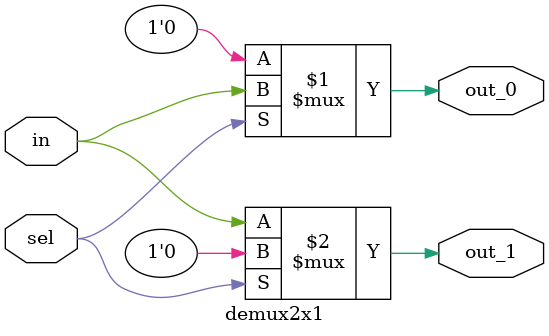
<source format=v>
module demux2x1(
  input in, sel,
  output reg out_0, out_1
);
  assign out_0 = sel ? in : 1'b0;
  assign out_1 = sel ? 1'b0 : in;
endmodule

</source>
